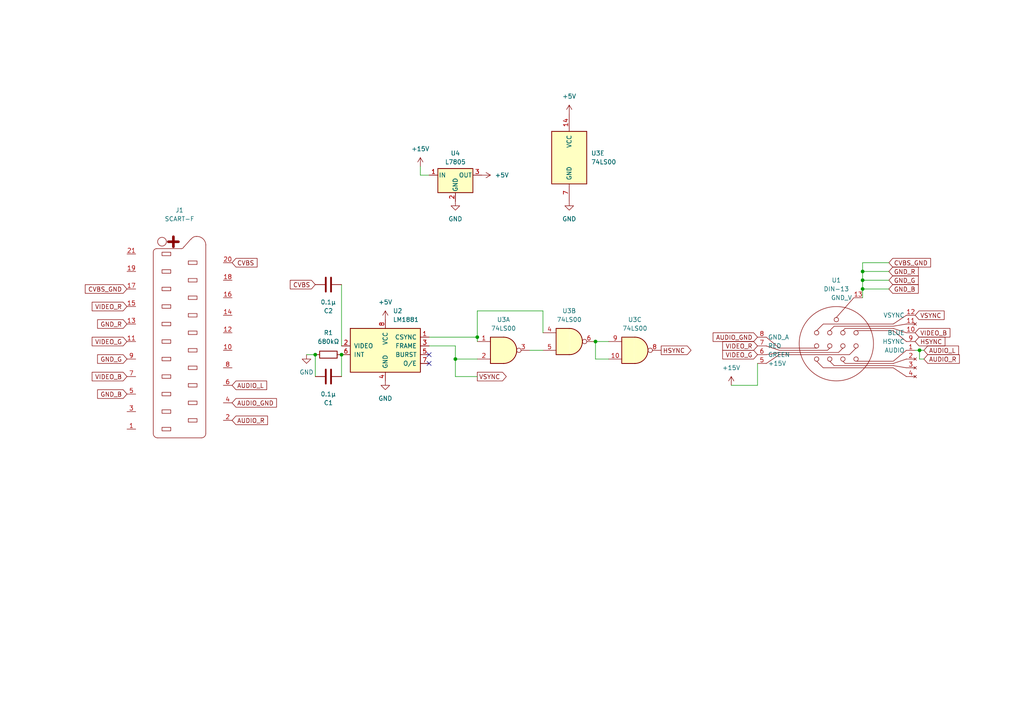
<source format=kicad_sch>
(kicad_sch (version 20230121) (generator eeschema)
  (paper "A4")
  (lib_symbols
    (symbol "74xx:74LS00" (pin_names (offset 1.016))
      (property "Reference" "U" (at 0 1.27 0))
      (property "Value" "74LS00" (at 0 -1.27 0))
      (symbol "74LS00_1_1"
        (arc (start 0 -3.81) (mid 3.7934 0) (end 0 3.81) (stroke (width 0.254)) (fill (type background)))
        (polyline (pts (xy 0 3.81) (xy -3.81 3.81) (xy -3.81 -3.81) (xy 0 -3.81)) (stroke (width 0.254)) (fill (type background)))
        (pin input line (at -7.62 2.54 0) (length 3.81) (name "~") (number "1"))
        (pin input line (at -7.62 -2.54 0) (length 3.81) (name "~") (number "2"))
        (pin output inverted (at 7.62 0 180) (length 3.81) (name "~") (number "3"))
      )
      (symbol "74LS00_1_2"
        (arc (start -3.81 -3.81) (mid -2.589 0) (end -3.81 3.81) (stroke (width 0.254)))
        (arc (start -0.6096 -3.81) (mid 2.1842 -2.5851) (end 3.81 0) (stroke (width 0.254)) (fill (type background)))
        (polyline (pts (xy -3.81 -3.81) (xy -0.635 -3.81)) (stroke (width 0.254)) (fill (type background)))
        (polyline (pts (xy -3.81 3.81) (xy -0.635 3.81)) (stroke (width 0.254)) (fill (type background)))
        (polyline (pts (xy -0.635 3.81) (xy -3.81 3.81) (xy -3.81 3.81) (xy -3.556 3.4036) (xy -3.0226 2.2606) (xy -2.6924 1.0414) (xy -2.6162 -0.254) (xy -2.7686 -1.4986) (xy -3.175 -2.7178) (xy -3.81 -3.81) (xy -3.81 -3.81) (xy -0.635 -3.81)) (stroke (width -25.4)) (fill (type background)))
        (arc (start 3.81 0) (mid 2.1915 2.5936) (end -0.6096 3.81) (stroke (width 0.254)) (fill (type background)))
        (pin input inverted (at -7.62 2.54 0) (length 4.318) (name "~") (number "1"))
        (pin input inverted (at -7.62 -2.54 0) (length 4.318) (name "~") (number "2"))
        (pin output line (at 7.62 0 180) (length 3.81) (name "~") (number "3"))
      )
      (symbol "74LS00_2_1"
        (arc (start 0 -3.81) (mid 3.7934 0) (end 0 3.81) (stroke (width 0.254)) (fill (type background)))
        (polyline (pts (xy 0 3.81) (xy -3.81 3.81) (xy -3.81 -3.81) (xy 0 -3.81)) (stroke (width 0.254)) (fill (type background)))
        (pin input line (at -7.62 2.54 0) (length 3.81) (name "~") (number "4"))
        (pin input line (at -7.62 -2.54 0) (length 3.81) (name "~") (number "5"))
        (pin output inverted (at 7.62 0 180) (length 3.81) (name "~") (number "6"))
      )
      (symbol "74LS00_2_2"
        (arc (start -3.81 -3.81) (mid -2.589 0) (end -3.81 3.81) (stroke (width 0.254)))
        (arc (start -0.6096 -3.81) (mid 2.1842 -2.5851) (end 3.81 0) (stroke (width 0.254)) (fill (type background)))
        (polyline (pts (xy -3.81 -3.81) (xy -0.635 -3.81)) (stroke (width 0.254)) (fill (type background)))
        (polyline (pts (xy -3.81 3.81) (xy -0.635 3.81)) (stroke (width 0.254)) (fill (type background)))
        (polyline (pts (xy -0.635 3.81) (xy -3.81 3.81) (xy -3.81 3.81) (xy -3.556 3.4036) (xy -3.0226 2.2606) (xy -2.6924 1.0414) (xy -2.6162 -0.254) (xy -2.7686 -1.4986) (xy -3.175 -2.7178) (xy -3.81 -3.81) (xy -3.81 -3.81) (xy -0.635 -3.81)) (stroke (width -25.4)) (fill (type background)))
        (arc (start 3.81 0) (mid 2.1915 2.5936) (end -0.6096 3.81) (stroke (width 0.254)) (fill (type background)))
        (pin input inverted (at -7.62 2.54 0) (length 4.318) (name "~") (number "4"))
        (pin input inverted (at -7.62 -2.54 0) (length 4.318) (name "~") (number "5"))
        (pin output line (at 7.62 0 180) (length 3.81) (name "~") (number "6"))
      )
      (symbol "74LS00_3_1"
        (arc (start 0 -3.81) (mid 3.7934 0) (end 0 3.81) (stroke (width 0.254)) (fill (type background)))
        (polyline (pts (xy 0 3.81) (xy -3.81 3.81) (xy -3.81 -3.81) (xy 0 -3.81)) (stroke (width 0.254)) (fill (type background)))
        (pin input line (at -7.62 -2.54 0) (length 3.81) (name "~") (number "10"))
        (pin output inverted (at 7.62 0 180) (length 3.81) (name "~") (number "8"))
        (pin input line (at -7.62 2.54 0) (length 3.81) (name "~") (number "9"))
      )
      (symbol "74LS00_3_2"
        (arc (start -3.81 -3.81) (mid -2.589 0) (end -3.81 3.81) (stroke (width 0.254)))
        (arc (start -0.6096 -3.81) (mid 2.1842 -2.5851) (end 3.81 0) (stroke (width 0.254)) (fill (type background)))
        (polyline (pts (xy -3.81 -3.81) (xy -0.635 -3.81)) (stroke (width 0.254)) (fill (type background)))
        (polyline (pts (xy -3.81 3.81) (xy -0.635 3.81)) (stroke (width 0.254)) (fill (type background)))
        (polyline (pts (xy -0.635 3.81) (xy -3.81 3.81) (xy -3.81 3.81) (xy -3.556 3.4036) (xy -3.0226 2.2606) (xy -2.6924 1.0414) (xy -2.6162 -0.254) (xy -2.7686 -1.4986) (xy -3.175 -2.7178) (xy -3.81 -3.81) (xy -3.81 -3.81) (xy -0.635 -3.81)) (stroke (width -25.4)) (fill (type background)))
        (arc (start 3.81 0) (mid 2.1915 2.5936) (end -0.6096 3.81) (stroke (width 0.254)) (fill (type background)))
        (pin input inverted (at -7.62 -2.54 0) (length 4.318) (name "~") (number "10"))
        (pin output line (at 7.62 0 180) (length 3.81) (name "~") (number "8"))
        (pin input inverted (at -7.62 2.54 0) (length 4.318) (name "~") (number "9"))
      )
      (symbol "74LS00_4_1"
        (arc (start 0 -3.81) (mid 3.7934 0) (end 0 3.81) (stroke (width 0.254)) (fill (type background)))
        (polyline (pts (xy 0 3.81) (xy -3.81 3.81) (xy -3.81 -3.81) (xy 0 -3.81)) (stroke (width 0.254)) (fill (type background)))
        (pin output inverted (at 7.62 0 180) (length 3.81) (name "~") (number "11"))
        (pin input line (at -7.62 2.54 0) (length 3.81) (name "~") (number "12"))
        (pin input line (at -7.62 -2.54 0) (length 3.81) (name "~") (number "13"))
      )
      (symbol "74LS00_4_2"
        (arc (start -3.81 -3.81) (mid -2.589 0) (end -3.81 3.81) (stroke (width 0.254)))
        (arc (start -0.6096 -3.81) (mid 2.1842 -2.5851) (end 3.81 0) (stroke (width 0.254)) (fill (type background)))
        (polyline (pts (xy -3.81 -3.81) (xy -0.635 -3.81)) (stroke (width 0.254)) (fill (type background)))
        (polyline (pts (xy -3.81 3.81) (xy -0.635 3.81)) (stroke (width 0.254)) (fill (type background)))
        (polyline (pts (xy -0.635 3.81) (xy -3.81 3.81) (xy -3.81 3.81) (xy -3.556 3.4036) (xy -3.0226 2.2606) (xy -2.6924 1.0414) (xy -2.6162 -0.254) (xy -2.7686 -1.4986) (xy -3.175 -2.7178) (xy -3.81 -3.81) (xy -3.81 -3.81) (xy -0.635 -3.81)) (stroke (width -25.4)) (fill (type background)))
        (arc (start 3.81 0) (mid 2.1915 2.5936) (end -0.6096 3.81) (stroke (width 0.254)) (fill (type background)))
        (pin output line (at 7.62 0 180) (length 3.81) (name "~") (number "11"))
        (pin input inverted (at -7.62 2.54 0) (length 4.318) (name "~") (number "12"))
        (pin input inverted (at -7.62 -2.54 0) (length 4.318) (name "~") (number "13"))
      )
      (symbol "74LS00_5_0"
        (pin power_in line (at 0 12.7 270) (length 5.08) (name "VCC") (number "14"))
        (pin power_in line (at 0 -12.7 90) (length 5.08) (name "GND") (number "7"))
      )
      (symbol "74LS00_5_1"
        (rectangle (start -5.08 7.62) (end 5.08 -7.62) (stroke (width 0.254)) (fill (type background)))
      )
    )
    (symbol "Connector:SCART-F" (pin_names (offset 0.762) hide)
      (property "Reference" "J" (at 0 31.75 0))
      (property "Value" "SCART-F" (at 1.016 -29.21 0))
      (symbol "SCART-F_0_1"
        (arc (start -7.62 -26.67) (mid -7.248 -27.568) (end -6.35 -27.94))
        (arc (start -6.604 26.9494) (mid -7.3224 26.6518) (end -7.62 25.9334))
        (rectangle (start -5.08 -24.892) (end -2.54 -25.908))
        (rectangle (start -5.08 -19.812) (end -2.54 -20.828))
        (rectangle (start -5.08 -14.732) (end -2.54 -15.748))
        (rectangle (start -5.08 -9.652) (end -2.54 -10.668))
        (rectangle (start -5.08 -4.572) (end -2.54 -5.588))
        (rectangle (start -5.08 0.508) (end -2.54 -0.508))
        (rectangle (start -5.08 5.588) (end -2.54 4.572))
        (rectangle (start -5.08 10.668) (end -2.54 9.652))
        (rectangle (start -5.08 15.748) (end -2.54 14.732))
        (rectangle (start -5.08 20.828) (end -2.54 19.812))
        (rectangle (start -5.08 25.908) (end -2.54 24.892))
        (circle (center -5.08 28.956) (radius 1.27))
        (polyline (pts (xy -7.62 22.86) (xy -7.62 -26.67)))
        (polyline (pts (xy -7.62 22.86) (xy -7.62 24.13)))
        (polyline (pts (xy -7.62 24.6634) (xy -7.62 24.13)))
        (polyline (pts (xy -7.62 24.6634) (xy -7.62 25.9334)))
        (polyline (pts (xy -6.604 26.9494) (xy 0.508 26.9494)))
        (polyline (pts (xy -6.35 -27.94) (xy 6.35 -27.94)))
        (polyline (pts (xy 3.302 29.718) (xy 1.27 27.432)))
        (polyline (pts (xy 4.826 30.48) (xy 5.08 30.48)))
        (polyline (pts (xy 7.62 -26.67) (xy 7.62 28.2194)))
        (arc (start 0.508 26.924) (mid 0.9569 27.0702) (end 1.2192 27.4574))
        (rectangle (start 2.54 -22.352) (end 5.08 -23.368))
        (rectangle (start 2.54 -17.272) (end 5.08 -18.288))
        (rectangle (start 2.54 -12.192) (end 5.08 -13.208))
        (rectangle (start 2.54 -7.112) (end 5.08 -8.128))
        (rectangle (start 2.54 -2.032) (end 5.08 -3.048))
        (rectangle (start 2.54 3.048) (end 5.08 2.032))
        (rectangle (start 2.54 8.128) (end 5.08 7.112))
        (rectangle (start 2.54 13.208) (end 5.08 12.192))
        (rectangle (start 2.54 18.288) (end 5.08 17.272))
        (rectangle (start 2.54 23.368) (end 5.08 22.352))
        (arc (start 4.826 30.48) (mid 3.999 30.2726) (end 3.3782 29.6926))
        (arc (start 6.35 -27.94) (mid 7.248 -27.568) (end 7.62 -26.67))
        (arc (start 7.62 27.94) (mid 6.8761 29.7361) (end 5.08 30.48))
        (text "+" (at -1.778 29.21 0) (effects (font (size 3.81 3.81) bold)))
      )
      (symbol "SCART-F_1_1"
        (pin passive line (at -15.24 -25.4 0) (length 2.54) (name "P1") (number "1"))
        (pin passive line (at 15.24 -2.54 180) (length 2.54) (name "P10") (number "10"))
        (pin passive line (at -15.24 0 0) (length 2.54) (name "P11") (number "11"))
        (pin passive line (at 15.24 2.54 180) (length 2.54) (name "P12") (number "12"))
        (pin passive line (at -15.24 5.08 0) (length 2.54) (name "P13") (number "13"))
        (pin passive line (at 15.24 7.62 180) (length 2.54) (name "P14") (number "14"))
        (pin passive line (at -15.24 10.16 0) (length 2.54) (name "P15") (number "15"))
        (pin passive line (at 15.24 12.7 180) (length 2.54) (name "P16") (number "16"))
        (pin passive line (at -15.24 15.24 0) (length 2.54) (name "P17") (number "17"))
        (pin passive line (at 15.24 17.78 180) (length 2.54) (name "P18") (number "18"))
        (pin passive line (at -15.24 20.32 0) (length 2.54) (name "P19") (number "19"))
        (pin passive line (at 15.24 -22.86 180) (length 2.54) (name "P2") (number "2"))
        (pin passive line (at 15.24 22.86 180) (length 2.54) (name "P20") (number "20"))
        (pin passive line (at -15.24 25.4 0) (length 2.54) (name "P21") (number "21"))
        (pin passive line (at -15.24 -20.32 0) (length 2.54) (name "P3") (number "3"))
        (pin passive line (at 15.24 -17.78 180) (length 2.54) (name "P4") (number "4"))
        (pin passive line (at -15.24 -15.24 0) (length 2.54) (name "P5") (number "5"))
        (pin passive line (at 15.24 -12.7 180) (length 2.54) (name "P6") (number "6"))
        (pin passive line (at -15.24 -10.16 0) (length 2.54) (name "P7") (number "7"))
        (pin passive line (at 15.24 -7.62 180) (length 2.54) (name "P8") (number "8"))
        (pin passive line (at -15.24 -5.08 0) (length 2.54) (name "P9") (number "9"))
      )
    )
    (symbol "Device:C" (pin_numbers hide) (pin_names (offset 0.254))
      (property "Reference" "C" (at 0.635 2.54 0))
      (property "Value" "C" (at 0.635 -2.54 0))
      (symbol "C_0_1"
        (polyline (pts (xy -2.032 -0.762) (xy 2.032 -0.762)) (stroke (width 0.508)))
        (polyline (pts (xy -2.032 0.762) (xy 2.032 0.762)) (stroke (width 0.508)))
      )
      (symbol "C_1_1"
        (pin passive line (at 0 3.81 270) (length 2.794) (name "~") (number "1"))
        (pin passive line (at 0 -3.81 90) (length 2.794) (name "~") (number "2"))
      )
    )
    (symbol "Device:R" (pin_numbers hide) (pin_names (offset 0))
      (property "Reference" "R" (at 2.032 0 90))
      (property "Value" "R" (at 0 0 90))
      (symbol "R_0_1"
        (rectangle (start -1.016 -2.54) (end 1.016 2.54) (stroke (width 0.254)))
      )
      (symbol "R_1_1"
        (pin passive line (at 0 3.81 270) (length 1.27) (name "~") (number "1"))
        (pin passive line (at 0 -3.81 90) (length 1.27) (name "~") (number "2"))
      )
    )
    (symbol "Regulator_Linear:L7805" (pin_names (offset 0.254))
      (property "Reference" "U" (at -3.81 3.175 0))
      (property "Value" "L7805" (at 0 3.175 0))
      (symbol "L7805_0_1"
        (rectangle (start -5.08 1.905) (end 5.08 -5.08) (stroke (width 0.254)) (fill (type background)))
      )
      (symbol "L7805_1_1"
        (pin power_in line (at -7.62 0 0) (length 2.54) (name "IN") (number "1"))
        (pin power_in line (at 0 -7.62 90) (length 2.54) (name "GND") (number "2"))
        (pin power_out line (at 7.62 0 180) (length 2.54) (name "OUT") (number "3"))
      )
    )
    (symbol "Video:LM1881" (pin_names (offset 1.016))
      (property "Reference" "U" (at -8.89 8.89 0))
      (property "Value" "LM1881" (at 6.35 8.89 0))
      (symbol "LM1881_0_1"
        (rectangle (start -10.16 7.62) (end 10.16 -5.08) (stroke (width 0.254)) (fill (type background)))
      )
      (symbol "LM1881_1_1"
        (pin output line (at 12.7 5.08 180) (length 2.54) (name "CSYNC") (number "1"))
        (pin input line (at -12.7 2.54 0) (length 2.54) (name "VIDEO") (number "2"))
        (pin output line (at 12.7 2.54 180) (length 2.54) (name "FRAME") (number "3"))
        (pin power_in line (at 0 -7.62 90) (length 2.54) (name "GND") (number "4"))
        (pin output line (at 12.7 0 180) (length 2.54) (name "BURST") (number "5"))
        (pin input line (at -12.7 0 0) (length 2.54) (name "INT") (number "6"))
        (pin output line (at 12.7 -2.54 180) (length 2.54) (name "O/E") (number "7"))
        (pin power_in line (at 0 10.16 270) (length 2.54) (name "VCC") (number "8"))
      )
    )
    (symbol "power:+15V" (power) (pin_names (offset 0))
      (property "Value" "+15V" (at 0 3.556 0))
      (symbol "+15V_0_1"
        (polyline (pts (xy -0.762 1.27) (xy 0 2.54)))
        (polyline (pts (xy 0 0) (xy 0 2.54)))
        (polyline (pts (xy 0 2.54) (xy 0.762 1.27)))
      )
      (symbol "+15V_1_1"
        (pin power_in line (at 0 0 90) (length 0) hide (name "+15V") (number "1"))
      )
    )
    (symbol "power:+5V" (power) (pin_names (offset 0))
      (property "Value" "+5V" (at 0 3.556 0))
      (symbol "+5V_0_1"
        (polyline (pts (xy -0.762 1.27) (xy 0 2.54)))
        (polyline (pts (xy 0 0) (xy 0 2.54)))
        (polyline (pts (xy 0 2.54) (xy 0.762 1.27)))
      )
      (symbol "+5V_1_1"
        (pin power_in line (at 0 0 90) (length 0) hide (name "+5V") (number "1"))
      )
    )
    (symbol "power:GND" (power) (pin_names (offset 0))
      (property "Value" "GND" (at 0 -3.81 0))
      (symbol "GND_0_1"
        (polyline (pts (xy 0 0) (xy 0 -1.27) (xy 1.27 -1.27) (xy 0 -2.54) (xy -1.27 -1.27) (xy 0 -1.27)))
      )
      (symbol "GND_1_1"
        (pin power_in line (at 0 0 270) (length 0) hide (name "GND") (number "1"))
      )
    )
    (symbol "sc1224-scart:DIN-13"
      (property "Reference" "U" (at 0 -14.605 0))
      (property "Value" "DIN-13" (at 0 -12.7 0))
      (symbol "DIN-13_0_1"
        (circle (center -5.715 -5.08) (radius 0.635))
        (circle (center -5.715 -1.27) (radius 0.635))
        (circle (center -5.715 2.54) (radius 0.635))
        (circle (center -1.905 -5.08) (radius 0.635))
        (circle (center -1.905 -1.27) (radius 0.635))
        (circle (center -1.905 2.54) (radius 0.635))
        (circle (center 0 -0.635) (radius 10.7763))
        (polyline (pts (xy -20.32 -3.81) (xy -16.51 -3.175)))
        (polyline (pts (xy -20.32 -1.27) (xy -16.51 -2.54)))
        (polyline (pts (xy -20.32 1.27) (xy -16.51 -1.905)))
        (polyline (pts (xy -16.51 -3.81) (xy -20.32 -6.35)))
        (polyline (pts (xy -5.715 -1.905) (xy -16.51 -1.905)))
        (polyline (pts (xy 5.08 12.7) (xy 0 6.985)))
        (polyline (pts (xy 5.715 -5.715) (xy 16.51 -5.715)))
        (polyline (pts (xy 5.715 3.175) (xy 16.51 3.175)))
        (polyline (pts (xy 16.51 -7.62) (xy 20.32 -10.16)))
        (polyline (pts (xy 16.51 5.08) (xy 20.32 7.62)))
        (polyline (pts (xy 20.32 -7.62) (xy 16.51 -6.985)))
        (polyline (pts (xy 20.32 -5.08) (xy 16.51 -6.35)))
        (polyline (pts (xy 20.32 -2.54) (xy 16.51 -5.715)))
        (polyline (pts (xy 20.32 0) (xy 16.51 3.175)))
        (polyline (pts (xy 20.32 2.54) (xy 16.51 3.81)))
        (polyline (pts (xy 20.32 5.08) (xy 16.51 4.445)))
        (polyline (pts (xy -5.715 -5.715) (xy -3.81 -7.62) (xy 16.51 -7.62)))
        (polyline (pts (xy -5.715 3.175) (xy -3.81 5.08) (xy 16.51 5.08)))
        (polyline (pts (xy -1.905 -5.715) (xy -0.635 -6.985) (xy 16.51 -6.985)))
        (polyline (pts (xy -1.905 -1.905) (xy -2.54 -2.54) (xy -16.51 -2.54)))
        (polyline (pts (xy -1.905 3.175) (xy -0.635 4.445) (xy 16.51 4.445)))
        (polyline (pts (xy 1.905 -5.715) (xy 2.54 -6.35) (xy 16.51 -6.35)))
        (polyline (pts (xy 1.905 -1.905) (xy 0.635 -3.175) (xy -16.51 -3.175)))
        (polyline (pts (xy 1.905 3.175) (xy 2.54 3.81) (xy 16.51 3.81)))
        (polyline (pts (xy 5.715 -1.905) (xy 3.81 -3.81) (xy -16.51 -3.81)))
        (circle (center 0 6.35) (radius 0.635))
        (circle (center 1.905 -5.08) (radius 0.635))
        (circle (center 1.905 -1.27) (radius 0.635))
        (circle (center 1.905 2.54) (radius 0.635))
        (circle (center 5.715 -5.08) (radius 0.635))
        (circle (center 5.715 -1.27) (radius 0.635))
        (circle (center 5.715 2.54) (radius 0.635))
      )
      (symbol "DIN-13_1_1"
        (pin input line (at 22.86 -2.54 180) (length 2.54) (name "AUDIO") (number "1"))
        (pin input line (at 22.86 2.54 180) (length 2.54) (name "BLUE") (number "10"))
        (pin no_connect line (at 22.86 5.08 180) (length 2.54) (name "") (number "11"))
        (pin input line (at 22.86 7.62 180) (length 2.54) (name "VSYNC") (number "12"))
        (pin power_in line (at 7.62 12.7 180) (length 2.54) (name "GND_V") (number "13"))
        (pin no_connect line (at 22.86 -5.08 180) (length 2.54) (name "") (number "2"))
        (pin no_connect line (at 22.86 -7.62 180) (length 2.54) (name "") (number "3"))
        (pin no_connect line (at 22.86 -10.16 180) (length 2.54) (name "") (number "4"))
        (pin power_in line (at -22.86 -6.35 0) (length 2.54) (name "+15V") (number "5"))
        (pin input line (at -22.86 -3.81 0) (length 2.54) (name "GREEN") (number "6"))
        (pin input line (at -22.86 -1.27 0) (length 2.54) (name "RED") (number "7"))
        (pin power_in line (at -22.86 1.27 0) (length 2.54) (name "GND_A") (number "8"))
        (pin input line (at 22.86 0 180) (length 2.54) (name "HSYNC") (number "9"))
      )
    )
  )
  (junction (at 250.19 81.28))
  (junction (at 99.06 102.87))
  (junction (at 266.7 101.6))
  (junction (at 138.43 97.79))
  (junction (at 250.19 83.82))
  (junction (at 132.08 104.14))
  (junction (at 172.72 99.06))
  (junction (at 250.19 78.74))
  (junction (at 91.44 102.87))
  (no_connect (at 124.46 105.41))
  (no_connect (at 124.46 102.87))
  (wire (pts (xy 267.97 101.6) (xy 266.7 101.6)))
  (wire (pts (xy 138.43 90.17) (xy 157.48 90.17)))
  (wire (pts (xy 219.71 105.41) (xy 219.71 111.76)))
  (wire (pts (xy 153.67 101.6) (xy 157.48 101.6)))
  (wire (pts (xy 172.72 104.14) (xy 176.53 104.14)))
  (wire (pts (xy 132.08 104.14) (xy 138.43 104.14)))
  (wire (pts (xy 138.43 97.79) (xy 138.43 99.06)))
  (wire (pts (xy 266.7 101.6) (xy 266.7 104.14)))
  (wire (pts (xy 250.19 78.74) (xy 250.19 81.28)))
  (wire (pts (xy 250.19 83.82) (xy 250.19 86.36)))
  (wire (pts (xy 132.08 100.33) (xy 132.08 104.14)))
  (wire (pts (xy 121.92 48.26) (xy 121.92 50.8)))
  (wire (pts (xy 250.19 81.28) (xy 257.81 81.28)))
  (wire (pts (xy 124.46 97.79) (xy 138.43 97.79)))
  (wire (pts (xy 172.72 99.06) (xy 172.72 104.14)))
  (wire (pts (xy 124.46 100.33) (xy 132.08 100.33)))
  (wire (pts (xy 99.06 82.55) (xy 99.06 100.33)))
  (wire (pts (xy 121.92 50.8) (xy 124.46 50.8)))
  (wire (pts (xy 132.08 104.14) (xy 132.08 109.22)))
  (wire (pts (xy 99.06 102.87) (xy 99.06 109.22)))
  (wire (pts (xy 91.44 102.87) (xy 91.44 109.22)))
  (wire (pts (xy 250.19 83.82) (xy 257.81 83.82)))
  (wire (pts (xy 250.19 81.28) (xy 250.19 83.82)))
  (wire (pts (xy 257.81 76.2) (xy 250.19 76.2)))
  (wire (pts (xy 250.19 78.74) (xy 257.81 78.74)))
  (wire (pts (xy 88.9 102.87) (xy 91.44 102.87)))
  (wire (pts (xy 172.72 99.06) (xy 176.53 99.06)))
  (wire (pts (xy 250.19 76.2) (xy 250.19 78.74)))
  (wire (pts (xy 157.48 90.17) (xy 157.48 96.52)))
  (wire (pts (xy 266.7 104.14) (xy 267.97 104.14)))
  (wire (pts (xy 132.08 109.22) (xy 138.43 109.22)))
  (wire (pts (xy 265.43 101.6) (xy 266.7 101.6)))
  (wire (pts (xy 138.43 97.79) (xy 138.43 90.17)))
  (wire (pts (xy 212.09 111.76) (xy 219.71 111.76)))
  (global_label "AUDIO_R" (shape input) (at 267.97 104.14 0) (property "Intersheetrefs" "${INTERSHEET_REFS}" (effects hide)))
  (global_label "VIDEO_R" (shape input) (at 36.83 88.9 180) (property "Intersheetrefs" "${INTERSHEET_REFS}" (effects hide)))
  (global_label "GND_R" (shape input) (at 36.83 93.98 180) (property "Intersheetrefs" "${INTERSHEET_REFS}" (effects hide)))
  (global_label "GND_B" (shape input) (at 36.83 114.3 180) (property "Intersheetrefs" "${INTERSHEET_REFS}" (effects hide)))
  (global_label "CVBS" (shape input) (at 91.44 82.55 180) (property "Intersheetrefs" "${INTERSHEET_REFS}" (effects hide)))
  (global_label "CVBS" (shape input) (at 67.31 76.2 0) (property "Intersheetrefs" "${INTERSHEET_REFS}" (effects hide)))
  (global_label "VIDEO_G" (shape input) (at 36.83 99.06 180) (property "Intersheetrefs" "${INTERSHEET_REFS}" (effects hide)))
  (global_label "GND_G" (shape input) (at 257.81 81.28 0) (property "Intersheetrefs" "${INTERSHEET_REFS}" (effects hide)))
  (global_label "VIDEO_G" (shape input) (at 219.71 102.87 180) (property "Intersheetrefs" "${INTERSHEET_REFS}" (effects hide)))
  (global_label "CVBS_GND" (shape input) (at 36.83 83.82 180) (property "Intersheetrefs" "${INTERSHEET_REFS}" (effects hide)))
  (global_label "GND_G" (shape input) (at 36.83 104.14 180) (property "Intersheetrefs" "${INTERSHEET_REFS}" (effects hide)))
  (global_label "HSYNC" (shape output) (at 191.77 101.6 0) (property "Intersheetrefs" "${INTERSHEET_REFS}" (effects hide)))
  (global_label "VSYNC" (shape input) (at 265.43 91.44 0) (property "Intersheetrefs" "${INTERSHEET_REFS}" (effects hide)))
  (global_label "CVBS_GND" (shape input) (at 257.81 76.2 0) (property "Intersheetrefs" "${INTERSHEET_REFS}" (effects hide)))
  (global_label "AUDIO_GND" (shape input) (at 67.31 116.84 0) (property "Intersheetrefs" "${INTERSHEET_REFS}" (effects hide)))
  (global_label "GND_R" (shape input) (at 257.81 78.74 0) (property "Intersheetrefs" "${INTERSHEET_REFS}" (effects hide)))
  (global_label "AUDIO_R" (shape input) (at 67.31 121.92 0) (property "Intersheetrefs" "${INTERSHEET_REFS}" (effects hide)))
  (global_label "VIDEO_B" (shape input) (at 265.43 96.52 0) (property "Intersheetrefs" "${INTERSHEET_REFS}" (effects hide)))
  (global_label "GND_B" (shape input) (at 257.81 83.82 0) (property "Intersheetrefs" "${INTERSHEET_REFS}" (effects hide)))
  (global_label "VIDEO_R" (shape input) (at 219.71 100.33 180) (property "Intersheetrefs" "${INTERSHEET_REFS}" (effects hide)))
  (global_label "VSYNC" (shape output) (at 138.43 109.22 0) (property "Intersheetrefs" "${INTERSHEET_REFS}" (effects hide)))
  (global_label "VIDEO_B" (shape input) (at 36.83 109.22 180) (property "Intersheetrefs" "${INTERSHEET_REFS}" (effects hide)))
  (global_label "AUDIO_L" (shape input) (at 267.97 101.6 0) (property "Intersheetrefs" "${INTERSHEET_REFS}" (effects hide)))
  (global_label "AUDIO_L" (shape input) (at 67.31 111.76 0) (property "Intersheetrefs" "${INTERSHEET_REFS}" (effects hide)))
  (global_label "AUDIO_GND" (shape input) (at 219.71 97.79 180) (property "Intersheetrefs" "${INTERSHEET_REFS}" (effects hide)))
  (global_label "HSYNC" (shape input) (at 265.43 99.06 0) (property "Intersheetrefs" "${INTERSHEET_REFS}" (effects hide)))
  (symbol (lib_id "Device:C") (at 95.25 82.55 90) (unit 1)
    (property "Reference" "C2" (at 95.25 90.17 90))
    (property "Value" "0.1µ" (at 95.25 87.63 90))
    (property "Footprint" "Capacitor_Tantalum_SMD:CP_EIA-2012-15_AVX-P_Pad1.30x1.05mm_HandSolder" (effects hide))
  )
  (symbol (lib_id "Device:C") (at 95.25 109.22 90) (unit 1)
    (property "Reference" "C1" (at 95.25 116.84 90))
    (property "Value" "0.1µ" (at 95.25 114.3 90))
    (property "Footprint" "Capacitor_Tantalum_SMD:CP_EIA-2012-15_AVX-P_Pad1.30x1.05mm_HandSolder" (effects hide))
  )
  (symbol (lib_id "power:+15V") (at 212.09 111.76 0) (unit 1)
    (property "Reference" "#PWR011" (effects hide))
    (property "Value" "+15V" (at 212.09 106.68 0))
  )
  (symbol (lib_id "power:+15V") (at 121.92 48.26 0) (unit 1)
    (property "Reference" "#PWR03" (effects hide))
    (property "Value" "+15V" (at 121.92 43.18 0))
  )
  (symbol (lib_id "Device:R") (at 95.25 102.87 90) (unit 1)
    (property "Reference" "R1" (at 95.25 96.52 90))
    (property "Value" "680kΩ" (at 95.25 99.06 90))
    (property "Footprint" "Resistor_SMD:R_0805_2012Metric_Pad1.20x1.40mm_HandSolder" (effects hide))
  )
  (symbol (lib_id "74xx:74LS00") (at 184.15 101.6 0) (unit 3)
    (property "Reference" "U3" (at 184.1417 92.71 0))
    (property "Value" "74LS00" (at 184.1417 95.25 0))
    (property "Footprint" "Package_SO:SSOP-14_5.3x6.2mm_P0.65mm" (effects hide))
    (property "Datasheet" "http://www.ti.com/lit/gpn/sn74ls00" (effects hide))
  )
  (symbol (lib_id "power:GND") (at 165.1 58.42 0) (unit 1)
    (property "Reference" "#PWR05" (effects hide))
    (property "Value" "GND" (at 165.1 63.5 0))
  )
  (symbol (lib_id "power:+5V") (at 111.76 92.71 0) (unit 1)
    (property "Reference" "#PWR08" (effects hide))
    (property "Value" "+5V" (at 111.76 87.63 0))
  )
  (symbol (lib_id "Regulator_Linear:L7805") (at 132.08 50.8 0) (unit 1)
    (property "Reference" "U4" (at 132.08 44.45 0))
    (property "Value" "L7805" (at 132.08 46.99 0))
    (property "Footprint" "Connector_PinHeader_2.54mm:PinHeader_1x03_P2.54mm_Vertical" (effects hide))
    (property "Datasheet" "http://www.st.com/content/ccc/resource/technical/document/datasheet/41/4f/b3/b0/12/d4/47/88/CD00000444.pdf/files/CD00000444.pdf/jcr:content/translations/en.CD00000444.pdf" (effects hide))
  )
  (symbol (lib_id "74xx:74LS00") (at 165.1 45.72 0) (unit 5)
    (property "Reference" "U3" (at 171.45 44.45 0) (effects (justify left)))
    (property "Value" "74LS00" (at 171.45 46.99 0) (effects (justify left)))
    (property "Footprint" "Package_SO:SSOP-14_5.3x6.2mm_P0.65mm" (effects hide))
    (property "Datasheet" "http://www.ti.com/lit/gpn/sn74ls00" (effects hide))
  )
  (symbol (lib_id "power:GND") (at 111.76 110.49 0) (unit 1)
    (property "Reference" "#PWR09" (effects hide))
    (property "Value" "GND" (at 111.76 115.57 0))
  )
  (symbol (lib_id "power:GND") (at 132.08 58.42 0) (unit 1)
    (property "Reference" "#PWR06" (effects hide))
    (property "Value" "GND" (at 132.08 63.5 0))
  )
  (symbol (lib_id "power:+5V") (at 165.1 33.02 0) (unit 1)
    (property "Reference" "#PWR07" (effects hide))
    (property "Value" "+5V" (at 165.1 27.94 0))
  )
  (symbol (lib_id "power:+5V") (at 139.7 50.8 270) (unit 1)
    (property "Reference" "#PWR04" (effects hide))
    (property "Value" "+5V" (at 143.51 50.8 90) (effects (justify left)))
  )
  (symbol (lib_id "74xx:74LS00") (at 165.1 99.06 0) (unit 2)
    (property "Reference" "U3" (at 165.0917 90.17 0))
    (property "Value" "74LS00" (at 165.0917 92.71 0))
    (property "Footprint" "Package_SO:SSOP-14_5.3x6.2mm_P0.65mm" (effects hide))
    (property "Datasheet" "http://www.ti.com/lit/gpn/sn74ls00" (effects hide))
  )
  (symbol (lib_id "Video:LM1881") (at 111.76 102.87 0) (unit 1)
    (property "Reference" "U2" (at 113.9541 90.17 0) (effects (justify left)))
    (property "Value" "LM1881" (at 113.9541 92.71 0) (effects (justify left)))
    (property "Footprint" "Package_SO:SOIC-8_3.9x4.9mm_P1.27mm" (effects hide))
  )
  (symbol (lib_id "74xx:74LS00") (at 146.05 101.6 0) (unit 1)
    (property "Reference" "U3" (at 146.0417 92.71 0))
    (property "Value" "74LS00" (at 146.0417 95.25 0))
    (property "Footprint" "Package_SO:SSOP-14_5.3x6.2mm_P0.65mm" (effects hide))
    (property "Datasheet" "http://www.ti.com/lit/gpn/sn74ls00" (effects hide))
  )
  (symbol (lib_id "Connector:SCART-F") (at 52.07 99.06 0) (unit 1)
    (property "Reference" "J1" (at 52.07 60.96 0))
    (property "Value" "SCART-F" (at 52.07 63.5 0))
    (property "Footprint" "sc1224-scart:SCART" (effects hide))
    (property "Datasheet" " ~" (effects hide))
  )
  (symbol (lib_id "power:GND") (at 88.9 102.87 0) (unit 1)
    (property "Reference" "#PWR010" (effects hide))
    (property "Value" "GND" (at 88.9 107.95 0))
  )
  (symbol (lib_id "sc1224-scart:DIN-13") (at 242.57 99.06 0) (unit 1)
    (property "Reference" "U1" (at 242.57 81.28 0))
    (property "Value" "DIN-13" (at 242.57 83.82 0))
    (property "Footprint" "sc1224-scart:DIN-13" (effects hide))
  )
)
</source>
